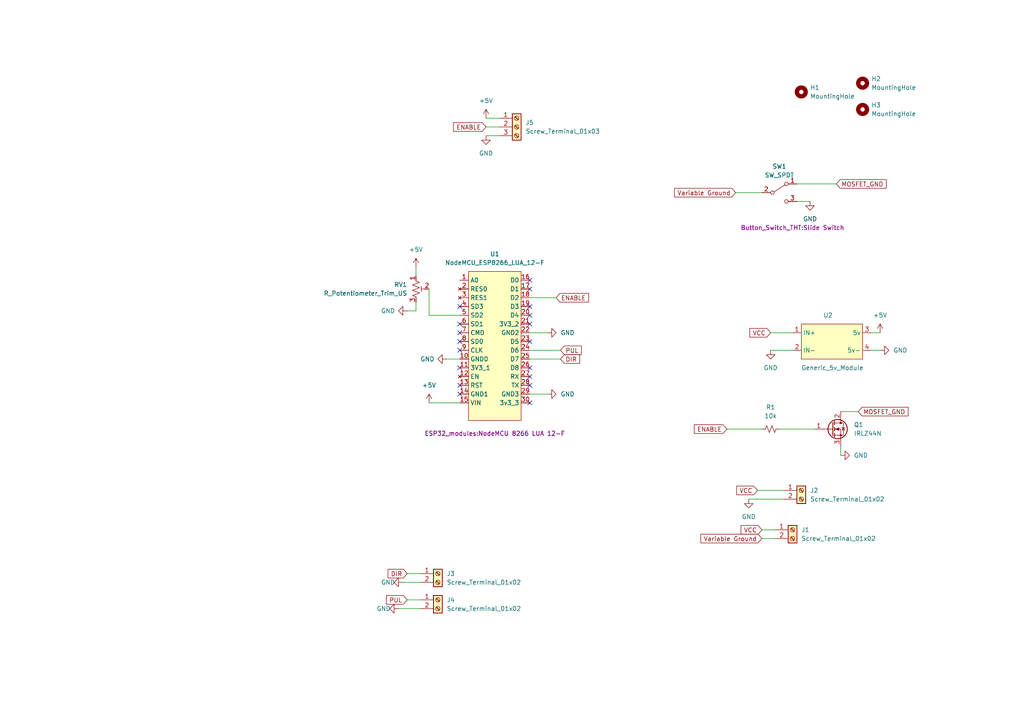
<source format=kicad_sch>
(kicad_sch (version 20211123) (generator eeschema)
  (paper "A4")
  (lib_symbols
    (symbol "Connector:Screw_Terminal_01x02" (pin_names (offset 1.016) hide)
      (property "Reference" "J" (at 0 2.54 0))
      (property "Value" "Screw_Terminal_01x02" (at 0 -5.08 0))
      (symbol "Screw_Terminal_01x02_1_1"
        (rectangle (start -1.27 1.27) (end 1.27 -3.81) (stroke (width 0.254)) (fill (type background)))
        (circle (center 0 -2.54) (radius 0.635) (stroke (width 0.1524)))
        (polyline (pts (xy -0.5334 -2.2098) (xy 0.3302 -3.048)) (stroke (width 0.1524)))
        (polyline (pts (xy -0.5334 0.3302) (xy 0.3302 -0.508)) (stroke (width 0.1524)))
        (polyline (pts (xy -0.3556 -2.032) (xy 0.508 -2.8702)) (stroke (width 0.1524)))
        (polyline (pts (xy -0.3556 0.508) (xy 0.508 -0.3302)) (stroke (width 0.1524)))
        (circle (center 0 0) (radius 0.635) (stroke (width 0.1524)))
        (pin passive line (at -5.08 0 0) (length 3.81) (name "Pin_1") (number "1"))
        (pin passive line (at -5.08 -2.54 0) (length 3.81) (name "Pin_2") (number "2"))
      )
    )
    (symbol "Connector:Screw_Terminal_01x03" (pin_names (offset 1.016) hide)
      (property "Reference" "J" (at 0 5.08 0))
      (property "Value" "Screw_Terminal_01x03" (at 0 -5.08 0))
      (symbol "Screw_Terminal_01x03_1_1"
        (rectangle (start -1.27 3.81) (end 1.27 -3.81) (stroke (width 0.254)) (fill (type background)))
        (circle (center 0 -2.54) (radius 0.635) (stroke (width 0.1524)))
        (polyline (pts (xy -0.5334 -2.2098) (xy 0.3302 -3.048)) (stroke (width 0.1524)))
        (polyline (pts (xy -0.5334 0.3302) (xy 0.3302 -0.508)) (stroke (width 0.1524)))
        (polyline (pts (xy -0.5334 2.8702) (xy 0.3302 2.032)) (stroke (width 0.1524)))
        (polyline (pts (xy -0.3556 -2.032) (xy 0.508 -2.8702)) (stroke (width 0.1524)))
        (polyline (pts (xy -0.3556 0.508) (xy 0.508 -0.3302)) (stroke (width 0.1524)))
        (polyline (pts (xy -0.3556 3.048) (xy 0.508 2.2098)) (stroke (width 0.1524)))
        (circle (center 0 0) (radius 0.635) (stroke (width 0.1524)))
        (circle (center 0 2.54) (radius 0.635) (stroke (width 0.1524)))
        (pin passive line (at -5.08 2.54 0) (length 3.81) (name "Pin_1") (number "1"))
        (pin passive line (at -5.08 0 0) (length 3.81) (name "Pin_2") (number "2"))
        (pin passive line (at -5.08 -2.54 0) (length 3.81) (name "Pin_3") (number "3"))
      )
    )
    (symbol "Converter_DCDC:Generic_5v_Module"
      (property "Reference" "U" (at 0 -12.7 0))
      (property "Value" "Generic_5v_Module" (at 0 7.62 0))
      (symbol "Generic_5v_Module_0_1"
        (rectangle (start 0 0) (end 17.78 -10.16) (fill (type background)))
        (rectangle (start 2.54 -2.54) (end 2.54 -2.54))
      )
      (symbol "Generic_5v_Module_1_1"
        (pin input line (at -2.54 -2.54 0) (length 2.54) (name "IN+") (number "1"))
        (pin input line (at -2.54 -7.62 0) (length 2.54) (name "IN-") (number "2"))
        (pin output line (at 20.32 -2.54 180) (length 2.54) (name "5v") (number "3"))
        (pin output line (at 20.32 -7.62 180) (length 2.54) (name "5v-") (number "4"))
      )
    )
    (symbol "Device:R_Potentiometer_Trim_US" (pin_names (offset 1.016) hide)
      (property "Reference" "RV" (at -4.445 0 90))
      (property "Value" "R_Potentiometer_Trim_US" (at -2.54 0 90))
      (symbol "R_Potentiometer_Trim_US_0_1"
        (polyline (pts (xy 0 -2.286) (xy 0 -2.54)))
        (polyline (pts (xy 0 2.286) (xy 0 2.54)))
        (polyline (pts (xy 1.524 0.762) (xy 1.524 -0.762)))
        (polyline (pts (xy 2.54 0) (xy 1.524 0)))
        (polyline (pts (xy 0 -0.762) (xy 1.016 -1.143) (xy 0 -1.524) (xy -1.016 -1.905) (xy 0 -2.286)))
        (polyline (pts (xy 0 0.762) (xy 1.016 0.381) (xy 0 0) (xy -1.016 -0.381) (xy 0 -0.762)))
        (polyline (pts (xy 0 2.286) (xy 1.016 1.905) (xy 0 1.524) (xy -1.016 1.143) (xy 0 0.762)))
      )
      (symbol "R_Potentiometer_Trim_US_1_1"
        (pin passive line (at 0 3.81 270) (length 1.27) (name "1") (number "1"))
        (pin passive line (at 3.81 0 180) (length 1.27) (name "2") (number "2"))
        (pin passive line (at 0 -3.81 90) (length 1.27) (name "3") (number "3"))
      )
    )
    (symbol "Device:R_Small_US" (pin_numbers hide) (pin_names (offset 0.254) hide)
      (property "Reference" "R" (at 0.762 0.508 0))
      (property "Value" "R_Small_US" (at 0.762 -1.016 0))
      (symbol "R_Small_US_1_1"
        (polyline (pts (xy 0 0) (xy 1.016 -0.381) (xy 0 -0.762) (xy -1.016 -1.143) (xy 0 -1.524)))
        (polyline (pts (xy 0 1.524) (xy 1.016 1.143) (xy 0 0.762) (xy -1.016 0.381) (xy 0 0)))
        (pin passive line (at 0 2.54 270) (length 1.016) (name "~") (number "1"))
        (pin passive line (at 0 -2.54 90) (length 1.016) (name "~") (number "2"))
      )
    )
    (symbol "Espressif:NodeMCU_ESP8266_LUA_12-F"
      (property "Reference" "U" (at 10.16 -43.18 0))
      (property "Value" "NodeMCU_ESP8266_LUA_12-F" (at 7.62 5.08 0))
      (symbol "NodeMCU_ESP8266_LUA_12-F_0_0"
        (pin input line (at 0 0 0) (length 2.54) (name "A0") (number "1"))
        (pin power_out line (at 0 -22.86 0) (length 2.54) (name "GND0") (number "10"))
        (pin input line (at 0 -25.4 0) (length 2.54) (name "3V3_1") (number "11"))
        (pin no_connect line (at 0 -27.94 0) (length 2.54) (name "EN") (number "12"))
        (pin unspecified line (at 0 -30.48 0) (length 2.54) (name "RST") (number "13"))
        (pin unspecified line (at 0 -33.02 0) (length 2.54) (name "GND1") (number "14"))
        (pin power_in line (at 0 -35.56 0) (length 2.54) (name "VIN") (number "15"))
        (pin bidirectional line (at 20.32 0 180) (length 2.54) (name "D0") (number "16"))
        (pin bidirectional line (at 20.32 -2.54 180) (length 2.54) (name "D1") (number "17"))
        (pin bidirectional line (at 20.32 -5.08 180) (length 2.54) (name "D2") (number "18"))
        (pin bidirectional line (at 20.32 -7.62 180) (length 2.54) (name "D3") (number "19"))
        (pin no_connect line (at 0 -2.54 0) (length 2.54) (name "RES0") (number "2"))
        (pin bidirectional line (at 20.32 -10.16 180) (length 2.54) (name "D4") (number "20"))
        (pin power_in line (at 20.32 -12.7 180) (length 2.54) (name "3V3_2") (number "21"))
        (pin power_out line (at 20.32 -15.24 180) (length 2.54) (name "GND2") (number "22"))
        (pin bidirectional line (at 20.32 -17.78 180) (length 2.54) (name "D5") (number "23"))
        (pin bidirectional line (at 20.32 -20.32 180) (length 2.54) (name "D6") (number "24"))
        (pin bidirectional line (at 20.32 -22.86 180) (length 2.54) (name "D7") (number "25"))
        (pin bidirectional line (at 20.32 -25.4 180) (length 2.54) (name "D8") (number "26"))
        (pin input line (at 20.32 -27.94 180) (length 2.54) (name "RX") (number "27"))
        (pin output line (at 20.32 -30.48 180) (length 2.54) (name "TX") (number "28"))
        (pin power_out line (at 20.32 -33.02 180) (length 2.54) (name "GND3") (number "29"))
        (pin no_connect line (at 0 -5.08 0) (length 2.54) (name "RES1") (number "3"))
        (pin power_in line (at 20.32 -35.56 180) (length 2.54) (name "3v3_3") (number "30"))
        (pin bidirectional line (at 0 -7.62 0) (length 2.54) (name "SD3") (number "4"))
        (pin bidirectional line (at 0 -10.16 0) (length 2.54) (name "SD2") (number "5"))
        (pin bidirectional line (at 0 -12.7 0) (length 2.54) (name "SD1") (number "6"))
        (pin bidirectional line (at 0 -15.24 0) (length 2.54) (name "CMD") (number "7"))
        (pin bidirectional line (at 0 -17.78 0) (length 2.54) (name "SD0") (number "8"))
        (pin bidirectional line (at 0 -20.32 0) (length 2.54) (name "CLK") (number "9"))
      )
      (symbol "NodeMCU_ESP8266_LUA_12-F_0_1"
        (rectangle (start 2.54 2.54) (end 17.78 -40.64) (fill (type background)))
      )
    )
    (symbol "Mechanical:MountingHole" (pin_names (offset 1.016))
      (property "Reference" "H" (at 0 5.08 0))
      (property "Value" "MountingHole" (at 0 3.175 0))
      (symbol "MountingHole_0_1"
        (circle (center 0 0) (radius 1.27) (stroke (width 1.27)))
      )
    )
    (symbol "Switch:SW_SPDT" (pin_names (offset 0) hide)
      (property "Reference" "SW" (at 0 4.318 0))
      (property "Value" "SW_SPDT" (at 0 -5.08 0))
      (symbol "SW_SPDT_0_0"
        (circle (center -2.032 0) (radius 0.508))
        (circle (center 2.032 -2.54) (radius 0.508))
      )
      (symbol "SW_SPDT_0_1"
        (polyline (pts (xy -1.524 0.254) (xy 1.651 2.286)))
        (circle (center 2.032 2.54) (radius 0.508))
      )
      (symbol "SW_SPDT_1_1"
        (pin passive line (at 5.08 2.54 180) (length 2.54) (name "A") (number "1"))
        (pin passive line (at -5.08 0 0) (length 2.54) (name "B") (number "2"))
        (pin passive line (at 5.08 -2.54 180) (length 2.54) (name "C") (number "3"))
      )
    )
    (symbol "Transistor_FET:IRLZ44N" (pin_names hide)
      (property "Reference" "Q" (at 6.35 1.905 0))
      (property "Value" "IRLZ44N" (at 6.35 0 0))
      (symbol "IRLZ44N_0_1"
        (polyline (pts (xy 0.254 0) (xy -2.54 0)))
        (polyline (pts (xy 0.254 1.905) (xy 0.254 -1.905)) (stroke (width 0.254)))
        (polyline (pts (xy 0.762 -1.27) (xy 0.762 -2.286)) (stroke (width 0.254)))
        (polyline (pts (xy 0.762 0.508) (xy 0.762 -0.508)) (stroke (width 0.254)))
        (polyline (pts (xy 0.762 2.286) (xy 0.762 1.27)) (stroke (width 0.254)))
        (polyline (pts (xy 2.54 2.54) (xy 2.54 1.778)))
        (polyline (pts (xy 2.54 -2.54) (xy 2.54 0) (xy 0.762 0)))
        (polyline (pts (xy 0.762 -1.778) (xy 3.302 -1.778) (xy 3.302 1.778) (xy 0.762 1.778)))
        (polyline (pts (xy 1.016 0) (xy 2.032 0.381) (xy 2.032 -0.381) (xy 1.016 0)) (fill (type outline)))
        (polyline (pts (xy 2.794 0.508) (xy 2.921 0.381) (xy 3.683 0.381) (xy 3.81 0.254)))
        (polyline (pts (xy 3.302 0.381) (xy 2.921 -0.254) (xy 3.683 -0.254) (xy 3.302 0.381)))
        (circle (center 1.651 0) (radius 2.794) (stroke (width 0.254)))
        (circle (center 2.54 -1.778) (radius 0.254) (fill (type outline)))
        (circle (center 2.54 1.778) (radius 0.254) (fill (type outline)))
      )
      (symbol "IRLZ44N_1_1"
        (pin input line (at -5.08 0 0) (length 2.54) (name "G") (number "1"))
        (pin passive line (at 2.54 5.08 270) (length 2.54) (name "D") (number "2"))
        (pin passive line (at 2.54 -5.08 90) (length 2.54) (name "S") (number "3"))
      )
    )
    (symbol "power:+5V" (power) (pin_names (offset 0))
      (property "Value" "+5V" (at 0 3.556 0))
      (symbol "+5V_0_1"
        (polyline (pts (xy -0.762 1.27) (xy 0 2.54)))
        (polyline (pts (xy 0 0) (xy 0 2.54)))
        (polyline (pts (xy 0 2.54) (xy 0.762 1.27)))
      )
      (symbol "+5V_1_1"
        (pin power_in line (at 0 0 90) (length 0) hide (name "+5V") (number "1"))
      )
    )
    (symbol "power:GND" (power) (pin_names (offset 0))
      (property "Value" "GND" (at 0 -3.81 0))
      (symbol "GND_0_1"
        (polyline (pts (xy 0 0) (xy 0 -1.27) (xy 1.27 -1.27) (xy 0 -2.54) (xy -1.27 -1.27) (xy 0 -1.27)))
      )
      (symbol "GND_1_1"
        (pin power_in line (at 0 0 270) (length 0) hide (name "GND") (number "1"))
      )
    )
  )
  (no_connect (at 153.67 106.68))
  (no_connect (at 153.67 109.22))
  (no_connect (at 153.67 111.76))
  (no_connect (at 153.67 81.28))
  (no_connect (at 153.67 83.82))
  (no_connect (at 153.67 88.9))
  (no_connect (at 153.67 91.44))
  (no_connect (at 153.67 93.98))
  (no_connect (at 153.67 99.06))
  (no_connect (at 133.35 88.9))
  (no_connect (at 153.67 116.84))
  (no_connect (at 133.35 114.3))
  (no_connect (at 133.35 111.76))
  (no_connect (at 133.35 106.68))
  (no_connect (at 133.35 101.6))
  (no_connect (at 133.35 99.06))
  (no_connect (at 133.35 96.52))
  (no_connect (at 133.35 93.98))
  (wire (pts (xy 213.36 55.88) (xy 220.98 55.88)))
  (wire (pts (xy 153.67 101.6) (xy 162.56 101.6)))
  (wire (pts (xy 231.14 53.34) (xy 242.57 53.34)))
  (wire (pts (xy 223.52 101.6) (xy 229.87 101.6)))
  (wire (pts (xy 220.98 156.21) (xy 224.79 156.21)))
  (wire (pts (xy 252.73 101.6) (xy 255.27 101.6)))
  (wire (pts (xy 153.67 96.52) (xy 158.75 96.52)))
  (wire (pts (xy 255.27 96.52) (xy 252.73 96.52)))
  (wire (pts (xy 118.11 173.99) (xy 121.92 173.99)))
  (wire (pts (xy 219.71 142.24) (xy 227.33 142.24)))
  (wire (pts (xy 153.67 104.14) (xy 162.56 104.14)))
  (wire (pts (xy 220.98 153.67) (xy 224.79 153.67)))
  (wire (pts (xy 129.54 104.14) (xy 133.35 104.14)))
  (wire (pts (xy 120.65 77.47) (xy 120.65 80.01)))
  (wire (pts (xy 140.97 34.29) (xy 144.78 34.29)))
  (wire (pts (xy 153.67 86.36) (xy 161.29 86.36)))
  (wire (pts (xy 118.11 90.17) (xy 120.65 90.17)))
  (wire (pts (xy 124.46 116.84) (xy 133.35 116.84)))
  (wire (pts (xy 124.46 91.44) (xy 133.35 91.44)))
  (wire (pts (xy 217.17 144.78) (xy 227.33 144.78)))
  (wire (pts (xy 116.84 168.91) (xy 121.92 168.91)))
  (wire (pts (xy 120.65 90.17) (xy 120.65 87.63)))
  (wire (pts (xy 140.97 39.37) (xy 144.78 39.37)))
  (wire (pts (xy 115.57 176.53) (xy 121.92 176.53)))
  (wire (pts (xy 140.97 36.83) (xy 144.78 36.83)))
  (wire (pts (xy 118.11 166.37) (xy 121.92 166.37)))
  (wire (pts (xy 124.46 83.82) (xy 124.46 91.44)))
  (wire (pts (xy 226.06 124.46) (xy 236.22 124.46)))
  (wire (pts (xy 210.82 124.46) (xy 220.98 124.46)))
  (wire (pts (xy 243.84 129.54) (xy 243.84 132.08)))
  (wire (pts (xy 243.84 119.38) (xy 248.92 119.38)))
  (wire (pts (xy 153.67 114.3) (xy 158.75 114.3)))
  (wire (pts (xy 223.52 96.52) (xy 229.87 96.52)))
  (wire (pts (xy 231.14 58.42) (xy 234.95 58.42)))
  (global_label "ENABLE" (shape input) (at 140.97 36.83 180) (property "Intersheet References" "${INTERSHEET_REFS}" (effects hide)))
  (global_label "DIR" (shape input) (at 162.56 104.14 0) (property "Intersheet References" "${INTERSHEET_REFS}" (effects hide)))
  (global_label "VCC" (shape input) (at 219.71 142.24 180) (property "Intersheet References" "${INTERSHEET_REFS}" (effects hide)))
  (global_label "MOSFET_GND" (shape input) (at 242.57 53.34 0) (property "Intersheet References" "${INTERSHEET_REFS}" (effects hide)))
  (global_label "PUL" (shape input) (at 118.11 173.99 180) (property "Intersheet References" "${INTERSHEET_REFS}" (effects hide)))
  (global_label "Variable Ground" (shape input) (at 213.36 55.88 180) (property "Intersheet References" "${INTERSHEET_REFS}" (effects hide)))
  (global_label "ENABLE" (shape input) (at 161.29 86.36 0) (property "Intersheet References" "${INTERSHEET_REFS}" (effects hide)))
  (global_label "ENABLE" (shape input) (at 210.82 124.46 180) (property "Intersheet References" "${INTERSHEET_REFS}" (effects hide)))
  (global_label "VCC" (shape input) (at 223.52 96.52 180) (property "Intersheet References" "${INTERSHEET_REFS}" (effects hide)))
  (global_label "Variable Ground" (shape input) (at 220.98 156.21 180) (property "Intersheet References" "${INTERSHEET_REFS}" (effects hide)))
  (global_label "VCC" (shape input) (at 220.98 153.67 180) (property "Intersheet References" "${INTERSHEET_REFS}" (effects hide)))
  (global_label "DIR" (shape input) (at 118.11 166.37 180) (property "Intersheet References" "${INTERSHEET_REFS}" (effects hide)))
  (global_label "PUL" (shape input) (at 162.56 101.6 0) (property "Intersheet References" "${INTERSHEET_REFS}" (effects hide)))
  (global_label "MOSFET_GND" (shape input) (at 248.92 119.38 0) (property "Intersheet References" "${INTERSHEET_REFS}" (effects hide)))
  (symbol (lib_id "power:GND") (at 223.52 101.6 0) (unit 1)
    (property "Reference" "#PWR06" (effects hide))
    (property "Value" "GND" (at 223.52 106.68 0))
  )
  (symbol (lib_id "Device:R_Potentiometer_Trim_US") (at 120.65 83.82 0) (unit 1)
    (property "Reference" "RV1" (at 118.11 82.5499 0) (effects (justify right)))
    (property "Value" "R_Potentiometer_Trim_US" (at 118.11 85.0899 0) (effects (justify right)))
    (property "Footprint" "Potentiometer_THT:Potentiometer_Runtron_RM-065_Vertical" (effects hide))
  )
  (symbol (lib_id "power:GND") (at 115.57 176.53 270) (mirror x) (unit 1)
    (property "Reference" "#PWR0105" (effects hide))
    (property "Value" "GND" (at 109.22 176.53 90) (effects (justify left)))
  )
  (symbol (lib_id "power:GND") (at 140.97 39.37 0) (unit 1)
    (property "Reference" "#PWR0101" (effects hide))
    (property "Value" "GND" (at 140.97 44.45 0))
  )
  (symbol (lib_id "Connector:Screw_Terminal_01x02") (at 127 166.37 0) (unit 1)
    (property "Reference" "J3" (at 129.54 166.3699 0) (effects (justify left)))
    (property "Value" "Screw_Terminal_01x02" (at 129.54 168.9099 0) (effects (justify left)))
    (property "Footprint" "TerminalBlock:TerminalBlock_bornier-2_P5.08mm" (effects hide))
  )
  (symbol (lib_id "Espressif:NodeMCU_ESP8266_LUA_12-F") (at 133.35 81.28 0) (unit 1)
    (property "Reference" "U1" (at 143.51 73.66 0))
    (property "Value" "NodeMCU_ESP8266_LUA_12-F" (at 143.51 76.2 0))
    (property "Footprint" "ESP32_modules:NodeMCU 8266 LUA 12-F" (at 143.51 125.73 0))
  )
  (symbol (lib_id "power:GND") (at 243.84 132.08 90) (unit 1)
    (property "Reference" "#PWR02" (effects hide))
    (property "Value" "GND" (at 247.65 132.0799 90) (effects (justify right)))
  )
  (symbol (lib_id "power:GND") (at 255.27 101.6 90) (unit 1)
    (property "Reference" "#PWR08" (effects hide))
    (property "Value" "GND" (at 259.08 101.5999 90) (effects (justify right)))
  )
  (symbol (lib_id "power:GND") (at 158.75 96.52 90) (unit 1)
    (property "Reference" "#PWR04" (effects hide))
    (property "Value" "GND" (at 162.56 96.5199 90) (effects (justify right)))
  )
  (symbol (lib_id "power:GND") (at 118.11 90.17 270) (mirror x) (unit 1)
    (property "Reference" "#PWR010" (effects hide))
    (property "Value" "GND" (at 110.49 90.17 90) (effects (justify left)))
  )
  (symbol (lib_id "power:+5V") (at 120.65 77.47 0) (unit 1)
    (property "Reference" "#PWR011" (effects hide))
    (property "Value" "+5V" (at 120.65 72.39 0))
  )
  (symbol (lib_id "power:+5V") (at 140.97 34.29 0) (unit 1)
    (property "Reference" "#PWR0102" (effects hide))
    (property "Value" "+5V" (at 140.97 29.21 0))
  )
  (symbol (lib_id "Transistor_FET:IRLZ44N") (at 241.3 124.46 0) (unit 1)
    (property "Reference" "Q1" (at 247.65 123.1899 0) (effects (justify left)))
    (property "Value" "IRLZ44N" (at 247.65 125.7299 0) (effects (justify left)))
    (property "Footprint" "Package_TO_SOT_THT:TO-220-3_Vertical" (effects hide))
    (property "Datasheet" "http://www.irf.com/product-info/datasheets/data/irlz44n.pdf" (effects hide))
  )
  (symbol (lib_id "Mechanical:MountingHole") (at 232.41 26.67 0) (unit 1)
    (property "Reference" "H1" (at 234.95 25.3999 0) (effects (justify left)))
    (property "Value" "MountingHole" (at 234.95 27.9399 0) (effects (justify left)))
    (property "Footprint" "MountingHole:MountingHole_3.2mm_M3" (effects hide))
  )
  (symbol (lib_id "Switch:SW_SPDT") (at 226.06 55.88 0) (unit 1)
    (property "Reference" "SW1" (at 226.06 48.26 0))
    (property "Value" "SW_SPDT" (at 226.06 50.8 0))
    (property "Footprint" "Button_Switch_THT:Slide Switch" (at 229.87 66.04 0))
  )
  (symbol (lib_id "Connector:Screw_Terminal_01x03") (at 149.86 36.83 0) (unit 1)
    (property "Reference" "J5" (at 152.4 35.5599 0) (effects (justify left)))
    (property "Value" "Screw_Terminal_01x03" (at 152.4 38.0999 0) (effects (justify left)))
    (property "Footprint" "TerminalBlock:TerminalBlock_bornier-3_P5.08mm" (effects hide))
  )
  (symbol (lib_id "power:+5V") (at 124.46 116.84 0) (unit 1)
    (property "Reference" "#PWR01" (effects hide))
    (property "Value" "+5V" (at 124.46 111.76 0))
  )
  (symbol (lib_id "power:GND") (at 217.17 144.78 0) (unit 1)
    (property "Reference" "#PWR09" (effects hide))
    (property "Value" "GND" (at 217.17 149.86 0))
  )
  (symbol (lib_id "Mechanical:MountingHole") (at 250.19 31.75 0) (unit 1)
    (property "Reference" "H3" (at 252.73 30.4799 0) (effects (justify left)))
    (property "Value" "MountingHole" (at 252.73 33.0199 0) (effects (justify left)))
    (property "Footprint" "MountingHole:MountingHole_3.2mm_M3" (effects hide))
  )
  (symbol (lib_id "Connector:Screw_Terminal_01x02") (at 127 173.99 0) (unit 1)
    (property "Reference" "J4" (at 129.54 173.9899 0) (effects (justify left)))
    (property "Value" "Screw_Terminal_01x02" (at 129.54 176.5299 0) (effects (justify left)))
    (property "Footprint" "TerminalBlock:TerminalBlock_bornier-2_P5.08mm" (effects hide))
  )
  (symbol (lib_id "power:GND") (at 116.84 168.91 270) (mirror x) (unit 1)
    (property "Reference" "#PWR0104" (effects hide))
    (property "Value" "GND" (at 110.49 168.91 90) (effects (justify left)))
  )
  (symbol (lib_id "Converter_DCDC:Generic_5v_Module") (at 232.41 93.98 0) (unit 1)
    (property "Reference" "U2" (at 238.76 91.4399 0) (effects (justify left)))
    (property "Value" "Generic_5v_Module" (at 232.41 106.68 0) (effects (justify left)))
    (property "Footprint" "Converter_DCDC:DCDC_Generic-5v" (effects hide))
  )
  (symbol (lib_id "power:+5V") (at 255.27 96.52 0) (unit 1)
    (property "Reference" "#PWR07" (effects hide))
    (property "Value" "+5V" (at 255.27 91.44 0))
  )
  (symbol (lib_id "power:GND") (at 158.75 114.3 90) (unit 1)
    (property "Reference" "#PWR05" (effects hide))
    (property "Value" "GND" (at 162.56 114.2999 90) (effects (justify right)))
  )
  (symbol (lib_id "Connector:Screw_Terminal_01x02") (at 229.87 153.67 0) (unit 1)
    (property "Reference" "J1" (at 232.41 153.6699 0) (effects (justify left)))
    (property "Value" "Screw_Terminal_01x02" (at 232.41 156.2099 0) (effects (justify left)))
    (property "Footprint" "TerminalBlock:TerminalBlock_bornier-2_P5.08mm" (effects hide))
  )
  (symbol (lib_id "power:GND") (at 234.95 58.42 0) (unit 1)
    (property "Reference" "#PWR0103" (effects hide))
    (property "Value" "GND" (at 234.95 63.5 0))
  )
  (symbol (lib_id "Mechanical:MountingHole") (at 250.19 24.13 0) (unit 1)
    (property "Reference" "H2" (at 252.73 22.8599 0) (effects (justify left)))
    (property "Value" "MountingHole" (at 252.73 25.3999 0) (effects (justify left)))
    (property "Footprint" "MountingHole:MountingHole_3.2mm_M3" (effects hide))
  )
  (symbol (lib_id "Connector:Screw_Terminal_01x02") (at 232.41 142.24 0) (unit 1)
    (property "Reference" "J2" (at 234.95 142.2399 0) (effects (justify left)))
    (property "Value" "Screw_Terminal_01x02" (at 234.95 144.7799 0) (effects (justify left)))
    (property "Footprint" "TerminalBlock:TerminalBlock_bornier-2_P5.08mm" (effects hide))
  )
  (symbol (lib_id "Device:R_Small_US") (at 223.52 124.46 90) (unit 1)
    (property "Reference" "R1" (at 223.52 118.11 90))
    (property "Value" "10k" (at 223.52 120.65 90))
    (property "Footprint" "Resistor_THT:R_Axial_DIN0207_L6.3mm_D2.5mm_P5.08mm_Vertical" (effects hide))
  )
  (symbol (lib_id "power:GND") (at 129.54 104.14 270) (mirror x) (unit 1)
    (property "Reference" "#PWR03" (effects hide))
    (property "Value" "GND" (at 121.92 104.14 90) (effects (justify left)))
  )
)
</source>
